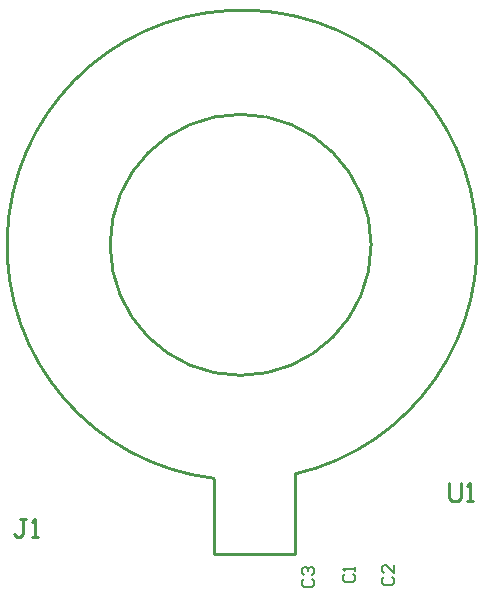
<source format=gto>
G04*
G04 #@! TF.GenerationSoftware,Altium Limited,Altium Designer,18.1.11 (251)*
G04*
G04 Layer_Color=65535*
%FSLAX25Y25*%
%MOIN*%
G70*
G01*
G75*
%ADD10C,0.01000*%
%ADD11C,0.00591*%
D10*
X288778Y232870D02*
G03*
X288778Y232870I-43503J0D01*
G01*
X263366Y156480D02*
G03*
X236297Y155043I-17622J76325D01*
G01*
X236276Y129870D02*
Y154870D01*
Y129870D02*
X263276D01*
Y156370D01*
X173684Y141431D02*
X171684D01*
X172684D01*
Y136433D01*
X171684Y135433D01*
X170685D01*
X169685Y136433D01*
X175683Y135433D02*
X177682D01*
X176683D01*
Y141431D01*
X175683Y140431D01*
X314567Y153636D02*
Y148637D01*
X315567Y147638D01*
X317566D01*
X318566Y148637D01*
Y153636D01*
X320565Y147638D02*
X322564D01*
X321565D01*
Y153636D01*
X320565Y152636D01*
D11*
X266405Y121521D02*
X265749Y120865D01*
Y119554D01*
X266405Y118898D01*
X269029D01*
X269685Y119554D01*
Y120865D01*
X269029Y121521D01*
X266405Y122833D02*
X265749Y123489D01*
Y124801D01*
X266405Y125457D01*
X267061D01*
X267717Y124801D01*
Y124145D01*
Y124801D01*
X268373Y125457D01*
X269029D01*
X269685Y124801D01*
Y123489D01*
X269029Y122833D01*
X293177Y122210D02*
X292521Y121555D01*
Y120243D01*
X293177Y119587D01*
X295801D01*
X296457Y120243D01*
Y121555D01*
X295801Y122210D01*
X296457Y126146D02*
Y123522D01*
X293833Y126146D01*
X293177D01*
X292521Y125490D01*
Y124178D01*
X293177Y123522D01*
X280185Y122998D02*
X279529Y122342D01*
Y121030D01*
X280185Y120374D01*
X282809D01*
X283465Y121030D01*
Y122342D01*
X282809Y122998D01*
X283465Y124310D02*
Y125622D01*
Y124966D01*
X279529D01*
X280185Y124310D01*
M02*

</source>
